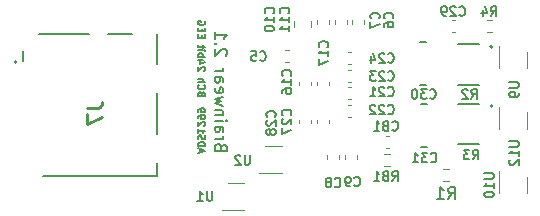
<source format=gbo>
G04 #@! TF.GenerationSoftware,KiCad,Pcbnew,(5.1.9)-1*
G04 #@! TF.CreationDate,2021-06-16T16:38:28+02:00*
G04 #@! TF.ProjectId,ADS1299Wing,41445331-3239-4395-9769-6e672e6b6963,rev?*
G04 #@! TF.SameCoordinates,Original*
G04 #@! TF.FileFunction,Legend,Bot*
G04 #@! TF.FilePolarity,Positive*
%FSLAX46Y46*%
G04 Gerber Fmt 4.6, Leading zero omitted, Abs format (unit mm)*
G04 Created by KiCad (PCBNEW (5.1.9)-1) date 2021-06-16 16:38:28*
%MOMM*%
%LPD*%
G01*
G04 APERTURE LIST*
%ADD10C,0.150000*%
%ADD11C,0.200000*%
%ADD12C,0.120000*%
%ADD13C,0.152400*%
%ADD14C,0.127000*%
%ADD15C,0.254000*%
G04 APERTURE END LIST*
D10*
X139644428Y-104177714D02*
X139673000Y-104234857D01*
X139701571Y-104263428D01*
X139758714Y-104292000D01*
X139787285Y-104292000D01*
X139844428Y-104263428D01*
X139873000Y-104234857D01*
X139901571Y-104177714D01*
X139901571Y-104063428D01*
X139873000Y-104006285D01*
X139844428Y-103977714D01*
X139787285Y-103949142D01*
X139758714Y-103949142D01*
X139701571Y-103977714D01*
X139673000Y-104006285D01*
X139644428Y-104063428D01*
X139644428Y-104177714D01*
X139615857Y-104234857D01*
X139587285Y-104263428D01*
X139530142Y-104292000D01*
X139415857Y-104292000D01*
X139358714Y-104263428D01*
X139330142Y-104234857D01*
X139301571Y-104177714D01*
X139301571Y-104063428D01*
X139330142Y-104006285D01*
X139358714Y-103977714D01*
X139415857Y-103949142D01*
X139530142Y-103949142D01*
X139587285Y-103977714D01*
X139615857Y-104006285D01*
X139644428Y-104063428D01*
X139358714Y-103349142D02*
X139330142Y-103377714D01*
X139301571Y-103463428D01*
X139301571Y-103520571D01*
X139330142Y-103606285D01*
X139387285Y-103663428D01*
X139444428Y-103692000D01*
X139558714Y-103720571D01*
X139644428Y-103720571D01*
X139758714Y-103692000D01*
X139815857Y-103663428D01*
X139873000Y-103606285D01*
X139901571Y-103520571D01*
X139901571Y-103463428D01*
X139873000Y-103377714D01*
X139844428Y-103349142D01*
X139301571Y-103092000D02*
X139901571Y-103092000D01*
X139301571Y-102834857D02*
X139615857Y-102834857D01*
X139673000Y-102863428D01*
X139701571Y-102920571D01*
X139701571Y-103006285D01*
X139673000Y-103063428D01*
X139644428Y-103092000D01*
X139844428Y-102120571D02*
X139873000Y-102092000D01*
X139901571Y-102034857D01*
X139901571Y-101892000D01*
X139873000Y-101834857D01*
X139844428Y-101806285D01*
X139787285Y-101777714D01*
X139730142Y-101777714D01*
X139644428Y-101806285D01*
X139301571Y-102149142D01*
X139301571Y-101777714D01*
X139701571Y-101263428D02*
X139301571Y-101263428D01*
X139930142Y-101406285D02*
X139501571Y-101549142D01*
X139501571Y-101177714D01*
X139301571Y-100949142D02*
X139901571Y-100949142D01*
X139673000Y-100949142D02*
X139701571Y-100892000D01*
X139701571Y-100777714D01*
X139673000Y-100720571D01*
X139644428Y-100692000D01*
X139587285Y-100663428D01*
X139415857Y-100663428D01*
X139358714Y-100692000D01*
X139330142Y-100720571D01*
X139301571Y-100777714D01*
X139301571Y-100892000D01*
X139330142Y-100949142D01*
X139301571Y-100406285D02*
X139701571Y-100406285D01*
X139901571Y-100406285D02*
X139873000Y-100434857D01*
X139844428Y-100406285D01*
X139873000Y-100377714D01*
X139901571Y-100406285D01*
X139844428Y-100406285D01*
X139701571Y-100206285D02*
X139701571Y-99977714D01*
X139901571Y-100120571D02*
X139387285Y-100120571D01*
X139330142Y-100092000D01*
X139301571Y-100034857D01*
X139301571Y-99977714D01*
X139615857Y-99320571D02*
X139615857Y-99120571D01*
X139301571Y-99034857D02*
X139301571Y-99320571D01*
X139901571Y-99320571D01*
X139901571Y-99034857D01*
X139615857Y-98777714D02*
X139615857Y-98577714D01*
X139301571Y-98492000D02*
X139301571Y-98777714D01*
X139901571Y-98777714D01*
X139901571Y-98492000D01*
X139873000Y-97920571D02*
X139901571Y-97977714D01*
X139901571Y-98063428D01*
X139873000Y-98149142D01*
X139815857Y-98206285D01*
X139758714Y-98234857D01*
X139644428Y-98263428D01*
X139558714Y-98263428D01*
X139444428Y-98234857D01*
X139387285Y-98206285D01*
X139330142Y-98149142D01*
X139301571Y-98063428D01*
X139301571Y-98006285D01*
X139330142Y-97920571D01*
X139358714Y-97892000D01*
X139558714Y-97892000D01*
X139558714Y-98006285D01*
X139473000Y-109054428D02*
X139473000Y-108768714D01*
X139301571Y-109111571D02*
X139901571Y-108911571D01*
X139301571Y-108711571D01*
X139301571Y-108511571D02*
X139901571Y-108511571D01*
X139901571Y-108368714D01*
X139873000Y-108283000D01*
X139815857Y-108225857D01*
X139758714Y-108197285D01*
X139644428Y-108168714D01*
X139558714Y-108168714D01*
X139444428Y-108197285D01*
X139387285Y-108225857D01*
X139330142Y-108283000D01*
X139301571Y-108368714D01*
X139301571Y-108511571D01*
X139330142Y-107940142D02*
X139301571Y-107854428D01*
X139301571Y-107711571D01*
X139330142Y-107654428D01*
X139358714Y-107625857D01*
X139415857Y-107597285D01*
X139473000Y-107597285D01*
X139530142Y-107625857D01*
X139558714Y-107654428D01*
X139587285Y-107711571D01*
X139615857Y-107825857D01*
X139644428Y-107883000D01*
X139673000Y-107911571D01*
X139730142Y-107940142D01*
X139787285Y-107940142D01*
X139844428Y-107911571D01*
X139873000Y-107883000D01*
X139901571Y-107825857D01*
X139901571Y-107683000D01*
X139873000Y-107597285D01*
X139301571Y-107025857D02*
X139301571Y-107368714D01*
X139301571Y-107197285D02*
X139901571Y-107197285D01*
X139815857Y-107254428D01*
X139758714Y-107311571D01*
X139730142Y-107368714D01*
X139844428Y-106797285D02*
X139873000Y-106768714D01*
X139901571Y-106711571D01*
X139901571Y-106568714D01*
X139873000Y-106511571D01*
X139844428Y-106483000D01*
X139787285Y-106454428D01*
X139730142Y-106454428D01*
X139644428Y-106483000D01*
X139301571Y-106825857D01*
X139301571Y-106454428D01*
X139301571Y-106168714D02*
X139301571Y-106054428D01*
X139330142Y-105997285D01*
X139358714Y-105968714D01*
X139444428Y-105911571D01*
X139558714Y-105883000D01*
X139787285Y-105883000D01*
X139844428Y-105911571D01*
X139873000Y-105940142D01*
X139901571Y-105997285D01*
X139901571Y-106111571D01*
X139873000Y-106168714D01*
X139844428Y-106197285D01*
X139787285Y-106225857D01*
X139644428Y-106225857D01*
X139587285Y-106197285D01*
X139558714Y-106168714D01*
X139530142Y-106111571D01*
X139530142Y-105997285D01*
X139558714Y-105940142D01*
X139587285Y-105911571D01*
X139644428Y-105883000D01*
X139301571Y-105597285D02*
X139301571Y-105483000D01*
X139330142Y-105425857D01*
X139358714Y-105397285D01*
X139444428Y-105340142D01*
X139558714Y-105311571D01*
X139787285Y-105311571D01*
X139844428Y-105340142D01*
X139873000Y-105368714D01*
X139901571Y-105425857D01*
X139901571Y-105540142D01*
X139873000Y-105597285D01*
X139844428Y-105625857D01*
X139787285Y-105654428D01*
X139644428Y-105654428D01*
X139587285Y-105625857D01*
X139558714Y-105597285D01*
X139530142Y-105540142D01*
X139530142Y-105425857D01*
X139558714Y-105368714D01*
X139587285Y-105340142D01*
X139644428Y-105311571D01*
D11*
X141295428Y-108572286D02*
X141247809Y-108429429D01*
X141200190Y-108381810D01*
X141104952Y-108334191D01*
X140962095Y-108334191D01*
X140866857Y-108381810D01*
X140819238Y-108429429D01*
X140771619Y-108524667D01*
X140771619Y-108905620D01*
X141771619Y-108905620D01*
X141771619Y-108572286D01*
X141724000Y-108477048D01*
X141676380Y-108429429D01*
X141581142Y-108381810D01*
X141485904Y-108381810D01*
X141390666Y-108429429D01*
X141343047Y-108477048D01*
X141295428Y-108572286D01*
X141295428Y-108905620D01*
X140771619Y-107905620D02*
X141438285Y-107905620D01*
X141247809Y-107905620D02*
X141343047Y-107858000D01*
X141390666Y-107810381D01*
X141438285Y-107715143D01*
X141438285Y-107619905D01*
X140771619Y-106858000D02*
X141295428Y-106858000D01*
X141390666Y-106905620D01*
X141438285Y-107000858D01*
X141438285Y-107191334D01*
X141390666Y-107286572D01*
X140819238Y-106858000D02*
X140771619Y-106953239D01*
X140771619Y-107191334D01*
X140819238Y-107286572D01*
X140914476Y-107334191D01*
X141009714Y-107334191D01*
X141104952Y-107286572D01*
X141152571Y-107191334D01*
X141152571Y-106953239D01*
X141200190Y-106858000D01*
X140771619Y-106381810D02*
X141438285Y-106381810D01*
X141771619Y-106381810D02*
X141724000Y-106429429D01*
X141676380Y-106381810D01*
X141724000Y-106334191D01*
X141771619Y-106381810D01*
X141676380Y-106381810D01*
X141438285Y-105905620D02*
X140771619Y-105905620D01*
X141343047Y-105905620D02*
X141390666Y-105858000D01*
X141438285Y-105762762D01*
X141438285Y-105619905D01*
X141390666Y-105524667D01*
X141295428Y-105477048D01*
X140771619Y-105477048D01*
X141438285Y-105096096D02*
X140771619Y-104905620D01*
X141247809Y-104715143D01*
X140771619Y-104524667D01*
X141438285Y-104334191D01*
X140819238Y-103572286D02*
X140771619Y-103667524D01*
X140771619Y-103858000D01*
X140819238Y-103953239D01*
X140914476Y-104000858D01*
X141295428Y-104000858D01*
X141390666Y-103953239D01*
X141438285Y-103858000D01*
X141438285Y-103667524D01*
X141390666Y-103572286D01*
X141295428Y-103524667D01*
X141200190Y-103524667D01*
X141104952Y-104000858D01*
X140771619Y-102667524D02*
X141295428Y-102667524D01*
X141390666Y-102715143D01*
X141438285Y-102810381D01*
X141438285Y-103000858D01*
X141390666Y-103096096D01*
X140819238Y-102667524D02*
X140771619Y-102762762D01*
X140771619Y-103000858D01*
X140819238Y-103096096D01*
X140914476Y-103143715D01*
X141009714Y-103143715D01*
X141104952Y-103096096D01*
X141152571Y-103000858D01*
X141152571Y-102762762D01*
X141200190Y-102667524D01*
X140771619Y-102191334D02*
X141438285Y-102191334D01*
X141247809Y-102191334D02*
X141343047Y-102143715D01*
X141390666Y-102096096D01*
X141438285Y-102000858D01*
X141438285Y-101905620D01*
X141676380Y-100858000D02*
X141724000Y-100810381D01*
X141771619Y-100715143D01*
X141771619Y-100477048D01*
X141724000Y-100381810D01*
X141676380Y-100334191D01*
X141581142Y-100286572D01*
X141485904Y-100286572D01*
X141343047Y-100334191D01*
X140771619Y-100905620D01*
X140771619Y-100286572D01*
X140866857Y-99858000D02*
X140819238Y-99810381D01*
X140771619Y-99858000D01*
X140819238Y-99905620D01*
X140866857Y-99858000D01*
X140771619Y-99858000D01*
X140771619Y-98858000D02*
X140771619Y-99429429D01*
X140771619Y-99143715D02*
X141771619Y-99143715D01*
X141628761Y-99238953D01*
X141533523Y-99334191D01*
X141485904Y-99429429D01*
X135860000Y-111004000D02*
X126181000Y-111004000D01*
X135860000Y-111004000D02*
X135860000Y-109943000D01*
X135860000Y-107529000D02*
X135860000Y-104029000D01*
X135860000Y-99054000D02*
X135860000Y-101574000D01*
X133757000Y-99054000D02*
X131676000Y-99054000D01*
X130061000Y-99054000D02*
X125827000Y-99054000D01*
X124460000Y-101290000D02*
X124460000Y-100469000D01*
X123968360Y-101395000D02*
G75*
G03*
X123968360Y-101395000I-113360J0D01*
G01*
D12*
X161074980Y-97838800D02*
X160793820Y-97838800D01*
X161074980Y-98858800D02*
X160793820Y-98858800D01*
X146722220Y-101398800D02*
X147003380Y-101398800D01*
X146722220Y-100378800D02*
X147003380Y-100378800D01*
X151284400Y-109282620D02*
X151284400Y-109563780D01*
X150264400Y-109282620D02*
X150264400Y-109563780D01*
X164219658Y-97826300D02*
X163745142Y-97826300D01*
X164219658Y-98871300D02*
X163745142Y-98871300D01*
X160574758Y-110412000D02*
X160100242Y-110412000D01*
X160574758Y-111457000D02*
X160100242Y-111457000D01*
X152347200Y-97852620D02*
X152347200Y-98133780D01*
X153367200Y-97852620D02*
X153367200Y-98133780D01*
X149362700Y-106579280D02*
X149362700Y-106298120D01*
X150382700Y-106579280D02*
X150382700Y-106298120D01*
D13*
X158666252Y-108572300D02*
X158198748Y-108572300D01*
X158198748Y-104914700D02*
X158666252Y-104914700D01*
D12*
X167149000Y-105662500D02*
X167149000Y-107062500D01*
X164829000Y-107062500D02*
X164829000Y-105162500D01*
D13*
X158135248Y-99707700D02*
X158602752Y-99707700D01*
X158602752Y-103365300D02*
X158135248Y-103365300D01*
D12*
X150874000Y-97852620D02*
X150874000Y-98133780D01*
X151894000Y-97852620D02*
X151894000Y-98133780D01*
X152783000Y-109282620D02*
X152783000Y-109563780D01*
X151763000Y-109282620D02*
X151763000Y-109563780D01*
X147448600Y-97935148D02*
X147448600Y-98457652D01*
X148918600Y-97935148D02*
X148918600Y-98457652D01*
X150420800Y-97852620D02*
X150420800Y-98133780D01*
X149400800Y-97852620D02*
X149400800Y-98133780D01*
X147902200Y-103059620D02*
X147902200Y-103340780D01*
X148922200Y-103059620D02*
X148922200Y-103340780D01*
X150382700Y-103059620D02*
X150382700Y-103340780D01*
X149362700Y-103059620D02*
X149362700Y-103340780D01*
X152299280Y-104523000D02*
X152018120Y-104523000D01*
X152299280Y-103503000D02*
X152018120Y-103503000D01*
X152286580Y-105027000D02*
X152005420Y-105027000D01*
X152286580Y-106047000D02*
X152005420Y-106047000D01*
X152299280Y-102042500D02*
X152018120Y-102042500D01*
X152299280Y-103062500D02*
X152018120Y-103062500D01*
X152299280Y-101538500D02*
X152018120Y-101538500D01*
X152299280Y-100518500D02*
X152018120Y-100518500D01*
X148858700Y-106579280D02*
X148858700Y-106298120D01*
X147838700Y-106579280D02*
X147838700Y-106298120D01*
X155474280Y-108701300D02*
X155193120Y-108701300D01*
X155474280Y-107681300D02*
X155193120Y-107681300D01*
D14*
X163142500Y-99900000D02*
X161342500Y-99900000D01*
X161342500Y-103300000D02*
X163142500Y-103300000D01*
D11*
X164242500Y-100100000D02*
G75*
G03*
X164242500Y-100100000I-100000J0D01*
G01*
X164242500Y-105116500D02*
G75*
G03*
X164242500Y-105116500I-100000J0D01*
G01*
D14*
X161342500Y-108316500D02*
X163142500Y-108316500D01*
X163142500Y-104916500D02*
X161342500Y-104916500D01*
D12*
X155096442Y-109192800D02*
X155570958Y-109192800D01*
X155096442Y-110237800D02*
X155570958Y-110237800D01*
X143244800Y-113936000D02*
X141344800Y-113936000D01*
X141844800Y-111616000D02*
X143244800Y-111616000D01*
X144994400Y-108466400D02*
X146394400Y-108466400D01*
X146394400Y-110786400D02*
X144494400Y-110786400D01*
X167149000Y-100519000D02*
X167149000Y-101919000D01*
X164829000Y-101919000D02*
X164829000Y-100019000D01*
X164829000Y-112523500D02*
X164829000Y-110623500D01*
X167149000Y-111123500D02*
X167149000Y-112523500D01*
D15*
X129903523Y-105284666D02*
X130810666Y-105284666D01*
X130992095Y-105224190D01*
X131113047Y-105103238D01*
X131173523Y-104921809D01*
X131173523Y-104800857D01*
X129903523Y-105768476D02*
X129903523Y-106615142D01*
X131173523Y-106070857D01*
D10*
X161448685Y-97415314D02*
X161486780Y-97453409D01*
X161601066Y-97491504D01*
X161677257Y-97491504D01*
X161791542Y-97453409D01*
X161867733Y-97377219D01*
X161905828Y-97301028D01*
X161943923Y-97148647D01*
X161943923Y-97034361D01*
X161905828Y-96881980D01*
X161867733Y-96805790D01*
X161791542Y-96729600D01*
X161677257Y-96691504D01*
X161601066Y-96691504D01*
X161486780Y-96729600D01*
X161448685Y-96767695D01*
X161143923Y-96767695D02*
X161105828Y-96729600D01*
X161029638Y-96691504D01*
X160839161Y-96691504D01*
X160762971Y-96729600D01*
X160724876Y-96767695D01*
X160686780Y-96843885D01*
X160686780Y-96920076D01*
X160724876Y-97034361D01*
X161182019Y-97491504D01*
X160686780Y-97491504D01*
X160305828Y-97491504D02*
X160153447Y-97491504D01*
X160077257Y-97453409D01*
X160039161Y-97415314D01*
X159962971Y-97301028D01*
X159924876Y-97148647D01*
X159924876Y-96843885D01*
X159962971Y-96767695D01*
X160001066Y-96729600D01*
X160077257Y-96691504D01*
X160229638Y-96691504D01*
X160305828Y-96729600D01*
X160343923Y-96767695D01*
X160382019Y-96843885D01*
X160382019Y-97034361D01*
X160343923Y-97110552D01*
X160305828Y-97148647D01*
X160229638Y-97186742D01*
X160077257Y-97186742D01*
X160001066Y-97148647D01*
X159962971Y-97110552D01*
X159924876Y-97034361D01*
X144557733Y-101225314D02*
X144595828Y-101263409D01*
X144710114Y-101301504D01*
X144786304Y-101301504D01*
X144900590Y-101263409D01*
X144976780Y-101187219D01*
X145014876Y-101111028D01*
X145052971Y-100958647D01*
X145052971Y-100844361D01*
X145014876Y-100691980D01*
X144976780Y-100615790D01*
X144900590Y-100539600D01*
X144786304Y-100501504D01*
X144710114Y-100501504D01*
X144595828Y-100539600D01*
X144557733Y-100577695D01*
X143833923Y-100501504D02*
X144214876Y-100501504D01*
X144252971Y-100882457D01*
X144214876Y-100844361D01*
X144138685Y-100806266D01*
X143948209Y-100806266D01*
X143872019Y-100844361D01*
X143833923Y-100882457D01*
X143795828Y-100958647D01*
X143795828Y-101149123D01*
X143833923Y-101225314D01*
X143872019Y-101263409D01*
X143948209Y-101301504D01*
X144138685Y-101301504D01*
X144214876Y-101263409D01*
X144252971Y-101225314D01*
X150882333Y-111918714D02*
X150920428Y-111956809D01*
X151034714Y-111994904D01*
X151110904Y-111994904D01*
X151225190Y-111956809D01*
X151301380Y-111880619D01*
X151339476Y-111804428D01*
X151377571Y-111652047D01*
X151377571Y-111537761D01*
X151339476Y-111385380D01*
X151301380Y-111309190D01*
X151225190Y-111233000D01*
X151110904Y-111194904D01*
X151034714Y-111194904D01*
X150920428Y-111233000D01*
X150882333Y-111271095D01*
X150425190Y-111537761D02*
X150501380Y-111499666D01*
X150539476Y-111461571D01*
X150577571Y-111385380D01*
X150577571Y-111347285D01*
X150539476Y-111271095D01*
X150501380Y-111233000D01*
X150425190Y-111194904D01*
X150272809Y-111194904D01*
X150196619Y-111233000D01*
X150158523Y-111271095D01*
X150120428Y-111347285D01*
X150120428Y-111385380D01*
X150158523Y-111461571D01*
X150196619Y-111499666D01*
X150272809Y-111537761D01*
X150425190Y-111537761D01*
X150501380Y-111575857D01*
X150539476Y-111613952D01*
X150577571Y-111690142D01*
X150577571Y-111842523D01*
X150539476Y-111918714D01*
X150501380Y-111956809D01*
X150425190Y-111994904D01*
X150272809Y-111994904D01*
X150196619Y-111956809D01*
X150158523Y-111918714D01*
X150120428Y-111842523D01*
X150120428Y-111690142D01*
X150158523Y-111613952D01*
X150196619Y-111575857D01*
X150272809Y-111537761D01*
X164115733Y-97491504D02*
X164382400Y-97110552D01*
X164572876Y-97491504D02*
X164572876Y-96691504D01*
X164268114Y-96691504D01*
X164191923Y-96729600D01*
X164153828Y-96767695D01*
X164115733Y-96843885D01*
X164115733Y-96958171D01*
X164153828Y-97034361D01*
X164191923Y-97072457D01*
X164268114Y-97110552D01*
X164572876Y-97110552D01*
X163430019Y-96958171D02*
X163430019Y-97491504D01*
X163620495Y-96653409D02*
X163810971Y-97224838D01*
X163315733Y-97224838D01*
X160504166Y-112974380D02*
X160837500Y-112498190D01*
X161075595Y-112974380D02*
X161075595Y-111974380D01*
X160694642Y-111974380D01*
X160599404Y-112022000D01*
X160551785Y-112069619D01*
X160504166Y-112164857D01*
X160504166Y-112307714D01*
X160551785Y-112402952D01*
X160599404Y-112450571D01*
X160694642Y-112498190D01*
X161075595Y-112498190D01*
X159551785Y-112974380D02*
X160123214Y-112974380D01*
X159837500Y-112974380D02*
X159837500Y-111974380D01*
X159932738Y-112117238D01*
X160027976Y-112212476D01*
X160123214Y-112260095D01*
X155784514Y-97707466D02*
X155822609Y-97669371D01*
X155860704Y-97555085D01*
X155860704Y-97478895D01*
X155822609Y-97364609D01*
X155746419Y-97288419D01*
X155670228Y-97250323D01*
X155517847Y-97212228D01*
X155403561Y-97212228D01*
X155251180Y-97250323D01*
X155174990Y-97288419D01*
X155098800Y-97364609D01*
X155060704Y-97478895D01*
X155060704Y-97555085D01*
X155098800Y-97669371D01*
X155136895Y-97707466D01*
X155060704Y-98393180D02*
X155060704Y-98240800D01*
X155098800Y-98164609D01*
X155136895Y-98126514D01*
X155251180Y-98050323D01*
X155403561Y-98012228D01*
X155708323Y-98012228D01*
X155784514Y-98050323D01*
X155822609Y-98088419D01*
X155860704Y-98164609D01*
X155860704Y-98316990D01*
X155822609Y-98393180D01*
X155784514Y-98431276D01*
X155708323Y-98469371D01*
X155517847Y-98469371D01*
X155441657Y-98431276D01*
X155403561Y-98393180D01*
X155365466Y-98316990D01*
X155365466Y-98164609D01*
X155403561Y-98088419D01*
X155441657Y-98050323D01*
X155517847Y-98012228D01*
X147148514Y-105911714D02*
X147186609Y-105873619D01*
X147224704Y-105759333D01*
X147224704Y-105683142D01*
X147186609Y-105568857D01*
X147110419Y-105492666D01*
X147034228Y-105454571D01*
X146881847Y-105416476D01*
X146767561Y-105416476D01*
X146615180Y-105454571D01*
X146538990Y-105492666D01*
X146462800Y-105568857D01*
X146424704Y-105683142D01*
X146424704Y-105759333D01*
X146462800Y-105873619D01*
X146500895Y-105911714D01*
X146500895Y-106216476D02*
X146462800Y-106254571D01*
X146424704Y-106330761D01*
X146424704Y-106521238D01*
X146462800Y-106597428D01*
X146500895Y-106635523D01*
X146577085Y-106673619D01*
X146653276Y-106673619D01*
X146767561Y-106635523D01*
X147224704Y-106178380D01*
X147224704Y-106673619D01*
X146424704Y-106940285D02*
X146424704Y-107473619D01*
X147224704Y-107130761D01*
X159010285Y-109823214D02*
X159048380Y-109861309D01*
X159162666Y-109899404D01*
X159238857Y-109899404D01*
X159353142Y-109861309D01*
X159429333Y-109785119D01*
X159467428Y-109708928D01*
X159505523Y-109556547D01*
X159505523Y-109442261D01*
X159467428Y-109289880D01*
X159429333Y-109213690D01*
X159353142Y-109137500D01*
X159238857Y-109099404D01*
X159162666Y-109099404D01*
X159048380Y-109137500D01*
X159010285Y-109175595D01*
X158743619Y-109099404D02*
X158248380Y-109099404D01*
X158515047Y-109404166D01*
X158400761Y-109404166D01*
X158324571Y-109442261D01*
X158286476Y-109480357D01*
X158248380Y-109556547D01*
X158248380Y-109747023D01*
X158286476Y-109823214D01*
X158324571Y-109861309D01*
X158400761Y-109899404D01*
X158629333Y-109899404D01*
X158705523Y-109861309D01*
X158743619Y-109823214D01*
X157486476Y-109899404D02*
X157943619Y-109899404D01*
X157715047Y-109899404D02*
X157715047Y-109099404D01*
X157791238Y-109213690D01*
X157867428Y-109289880D01*
X157943619Y-109327976D01*
X165677904Y-108102523D02*
X166325523Y-108102523D01*
X166401714Y-108140619D01*
X166439809Y-108178714D01*
X166477904Y-108254904D01*
X166477904Y-108407285D01*
X166439809Y-108483476D01*
X166401714Y-108521571D01*
X166325523Y-108559666D01*
X165677904Y-108559666D01*
X166477904Y-109359666D02*
X166477904Y-108902523D01*
X166477904Y-109131095D02*
X165677904Y-109131095D01*
X165792190Y-109054904D01*
X165868380Y-108978714D01*
X165906476Y-108902523D01*
X165754095Y-109664428D02*
X165716000Y-109702523D01*
X165677904Y-109778714D01*
X165677904Y-109969190D01*
X165716000Y-110045380D01*
X165754095Y-110083476D01*
X165830285Y-110121571D01*
X165906476Y-110121571D01*
X166020761Y-110083476D01*
X166477904Y-109626333D01*
X166477904Y-110121571D01*
X158946785Y-104425714D02*
X158984880Y-104463809D01*
X159099166Y-104501904D01*
X159175357Y-104501904D01*
X159289642Y-104463809D01*
X159365833Y-104387619D01*
X159403928Y-104311428D01*
X159442023Y-104159047D01*
X159442023Y-104044761D01*
X159403928Y-103892380D01*
X159365833Y-103816190D01*
X159289642Y-103740000D01*
X159175357Y-103701904D01*
X159099166Y-103701904D01*
X158984880Y-103740000D01*
X158946785Y-103778095D01*
X158680119Y-103701904D02*
X158184880Y-103701904D01*
X158451547Y-104006666D01*
X158337261Y-104006666D01*
X158261071Y-104044761D01*
X158222976Y-104082857D01*
X158184880Y-104159047D01*
X158184880Y-104349523D01*
X158222976Y-104425714D01*
X158261071Y-104463809D01*
X158337261Y-104501904D01*
X158565833Y-104501904D01*
X158642023Y-104463809D01*
X158680119Y-104425714D01*
X157689642Y-103701904D02*
X157613452Y-103701904D01*
X157537261Y-103740000D01*
X157499166Y-103778095D01*
X157461071Y-103854285D01*
X157422976Y-104006666D01*
X157422976Y-104197142D01*
X157461071Y-104349523D01*
X157499166Y-104425714D01*
X157537261Y-104463809D01*
X157613452Y-104501904D01*
X157689642Y-104501904D01*
X157765833Y-104463809D01*
X157803928Y-104425714D01*
X157842023Y-104349523D01*
X157880119Y-104197142D01*
X157880119Y-104006666D01*
X157842023Y-103854285D01*
X157803928Y-103778095D01*
X157765833Y-103740000D01*
X157689642Y-103701904D01*
X154616114Y-97707466D02*
X154654209Y-97669371D01*
X154692304Y-97555085D01*
X154692304Y-97478895D01*
X154654209Y-97364609D01*
X154578019Y-97288419D01*
X154501828Y-97250323D01*
X154349447Y-97212228D01*
X154235161Y-97212228D01*
X154082780Y-97250323D01*
X154006590Y-97288419D01*
X153930400Y-97364609D01*
X153892304Y-97478895D01*
X153892304Y-97555085D01*
X153930400Y-97669371D01*
X153968495Y-97707466D01*
X153892304Y-97974133D02*
X153892304Y-98507466D01*
X154692304Y-98164609D01*
X152533333Y-111842514D02*
X152571428Y-111880609D01*
X152685714Y-111918704D01*
X152761904Y-111918704D01*
X152876190Y-111880609D01*
X152952380Y-111804419D01*
X152990476Y-111728228D01*
X153028571Y-111575847D01*
X153028571Y-111461561D01*
X152990476Y-111309180D01*
X152952380Y-111232990D01*
X152876190Y-111156800D01*
X152761904Y-111118704D01*
X152685714Y-111118704D01*
X152571428Y-111156800D01*
X152533333Y-111194895D01*
X152152380Y-111918704D02*
X152000000Y-111918704D01*
X151923809Y-111880609D01*
X151885714Y-111842514D01*
X151809523Y-111728228D01*
X151771428Y-111575847D01*
X151771428Y-111271085D01*
X151809523Y-111194895D01*
X151847619Y-111156800D01*
X151923809Y-111118704D01*
X152076190Y-111118704D01*
X152152380Y-111156800D01*
X152190476Y-111194895D01*
X152228571Y-111271085D01*
X152228571Y-111461561D01*
X152190476Y-111537752D01*
X152152380Y-111575847D01*
X152076190Y-111613942D01*
X151923809Y-111613942D01*
X151847619Y-111575847D01*
X151809523Y-111537752D01*
X151771428Y-111461561D01*
X145675314Y-97275714D02*
X145713409Y-97237619D01*
X145751504Y-97123333D01*
X145751504Y-97047142D01*
X145713409Y-96932857D01*
X145637219Y-96856666D01*
X145561028Y-96818571D01*
X145408647Y-96780476D01*
X145294361Y-96780476D01*
X145141980Y-96818571D01*
X145065790Y-96856666D01*
X144989600Y-96932857D01*
X144951504Y-97047142D01*
X144951504Y-97123333D01*
X144989600Y-97237619D01*
X145027695Y-97275714D01*
X145751504Y-98037619D02*
X145751504Y-97580476D01*
X145751504Y-97809047D02*
X144951504Y-97809047D01*
X145065790Y-97732857D01*
X145141980Y-97656666D01*
X145180076Y-97580476D01*
X144951504Y-98532857D02*
X144951504Y-98609047D01*
X144989600Y-98685238D01*
X145027695Y-98723333D01*
X145103885Y-98761428D01*
X145256266Y-98799523D01*
X145446742Y-98799523D01*
X145599123Y-98761428D01*
X145675314Y-98723333D01*
X145713409Y-98685238D01*
X145751504Y-98609047D01*
X145751504Y-98532857D01*
X145713409Y-98456666D01*
X145675314Y-98418571D01*
X145599123Y-98380476D01*
X145446742Y-98342380D01*
X145256266Y-98342380D01*
X145103885Y-98380476D01*
X145027695Y-98418571D01*
X144989600Y-98456666D01*
X144951504Y-98532857D01*
X146945314Y-97275714D02*
X146983409Y-97237619D01*
X147021504Y-97123333D01*
X147021504Y-97047142D01*
X146983409Y-96932857D01*
X146907219Y-96856666D01*
X146831028Y-96818571D01*
X146678647Y-96780476D01*
X146564361Y-96780476D01*
X146411980Y-96818571D01*
X146335790Y-96856666D01*
X146259600Y-96932857D01*
X146221504Y-97047142D01*
X146221504Y-97123333D01*
X146259600Y-97237619D01*
X146297695Y-97275714D01*
X147021504Y-98037619D02*
X147021504Y-97580476D01*
X147021504Y-97809047D02*
X146221504Y-97809047D01*
X146335790Y-97732857D01*
X146411980Y-97656666D01*
X146450076Y-97580476D01*
X147021504Y-98799523D02*
X147021504Y-98342380D01*
X147021504Y-98570952D02*
X146221504Y-98570952D01*
X146335790Y-98494761D01*
X146411980Y-98418571D01*
X146450076Y-98342380D01*
X147148514Y-102558914D02*
X147186609Y-102520819D01*
X147224704Y-102406533D01*
X147224704Y-102330342D01*
X147186609Y-102216057D01*
X147110419Y-102139866D01*
X147034228Y-102101771D01*
X146881847Y-102063676D01*
X146767561Y-102063676D01*
X146615180Y-102101771D01*
X146538990Y-102139866D01*
X146462800Y-102216057D01*
X146424704Y-102330342D01*
X146424704Y-102406533D01*
X146462800Y-102520819D01*
X146500895Y-102558914D01*
X147224704Y-103320819D02*
X147224704Y-102863676D01*
X147224704Y-103092247D02*
X146424704Y-103092247D01*
X146538990Y-103016057D01*
X146615180Y-102939866D01*
X146653276Y-102863676D01*
X146424704Y-104006533D02*
X146424704Y-103854152D01*
X146462800Y-103777961D01*
X146500895Y-103739866D01*
X146615180Y-103663676D01*
X146767561Y-103625580D01*
X147072323Y-103625580D01*
X147148514Y-103663676D01*
X147186609Y-103701771D01*
X147224704Y-103777961D01*
X147224704Y-103930342D01*
X147186609Y-104006533D01*
X147148514Y-104044628D01*
X147072323Y-104082723D01*
X146881847Y-104082723D01*
X146805657Y-104044628D01*
X146767561Y-104006533D01*
X146729466Y-103930342D01*
X146729466Y-103777961D01*
X146767561Y-103701771D01*
X146805657Y-103663676D01*
X146881847Y-103625580D01*
X150247314Y-100120514D02*
X150285409Y-100082419D01*
X150323504Y-99968133D01*
X150323504Y-99891942D01*
X150285409Y-99777657D01*
X150209219Y-99701466D01*
X150133028Y-99663371D01*
X149980647Y-99625276D01*
X149866361Y-99625276D01*
X149713980Y-99663371D01*
X149637790Y-99701466D01*
X149561600Y-99777657D01*
X149523504Y-99891942D01*
X149523504Y-99968133D01*
X149561600Y-100082419D01*
X149599695Y-100120514D01*
X150323504Y-100882419D02*
X150323504Y-100425276D01*
X150323504Y-100653847D02*
X149523504Y-100653847D01*
X149637790Y-100577657D01*
X149713980Y-100501466D01*
X149752076Y-100425276D01*
X149523504Y-101149085D02*
X149523504Y-101682419D01*
X150323504Y-101339561D01*
X155403485Y-104235214D02*
X155441580Y-104273309D01*
X155555866Y-104311404D01*
X155632057Y-104311404D01*
X155746342Y-104273309D01*
X155822533Y-104197119D01*
X155860628Y-104120928D01*
X155898723Y-103968547D01*
X155898723Y-103854261D01*
X155860628Y-103701880D01*
X155822533Y-103625690D01*
X155746342Y-103549500D01*
X155632057Y-103511404D01*
X155555866Y-103511404D01*
X155441580Y-103549500D01*
X155403485Y-103587595D01*
X155098723Y-103587595D02*
X155060628Y-103549500D01*
X154984438Y-103511404D01*
X154793961Y-103511404D01*
X154717771Y-103549500D01*
X154679676Y-103587595D01*
X154641580Y-103663785D01*
X154641580Y-103739976D01*
X154679676Y-103854261D01*
X155136819Y-104311404D01*
X154641580Y-104311404D01*
X153879676Y-104311404D02*
X154336819Y-104311404D01*
X154108247Y-104311404D02*
X154108247Y-103511404D01*
X154184438Y-103625690D01*
X154260628Y-103701880D01*
X154336819Y-103739976D01*
X155390785Y-105759214D02*
X155428880Y-105797309D01*
X155543166Y-105835404D01*
X155619357Y-105835404D01*
X155733642Y-105797309D01*
X155809833Y-105721119D01*
X155847928Y-105644928D01*
X155886023Y-105492547D01*
X155886023Y-105378261D01*
X155847928Y-105225880D01*
X155809833Y-105149690D01*
X155733642Y-105073500D01*
X155619357Y-105035404D01*
X155543166Y-105035404D01*
X155428880Y-105073500D01*
X155390785Y-105111595D01*
X155086023Y-105111595D02*
X155047928Y-105073500D01*
X154971738Y-105035404D01*
X154781261Y-105035404D01*
X154705071Y-105073500D01*
X154666976Y-105111595D01*
X154628880Y-105187785D01*
X154628880Y-105263976D01*
X154666976Y-105378261D01*
X155124119Y-105835404D01*
X154628880Y-105835404D01*
X154324119Y-105111595D02*
X154286023Y-105073500D01*
X154209833Y-105035404D01*
X154019357Y-105035404D01*
X153943166Y-105073500D01*
X153905071Y-105111595D01*
X153866976Y-105187785D01*
X153866976Y-105263976D01*
X153905071Y-105378261D01*
X154362214Y-105835404D01*
X153866976Y-105835404D01*
X155403485Y-102901714D02*
X155441580Y-102939809D01*
X155555866Y-102977904D01*
X155632057Y-102977904D01*
X155746342Y-102939809D01*
X155822533Y-102863619D01*
X155860628Y-102787428D01*
X155898723Y-102635047D01*
X155898723Y-102520761D01*
X155860628Y-102368380D01*
X155822533Y-102292190D01*
X155746342Y-102216000D01*
X155632057Y-102177904D01*
X155555866Y-102177904D01*
X155441580Y-102216000D01*
X155403485Y-102254095D01*
X155098723Y-102254095D02*
X155060628Y-102216000D01*
X154984438Y-102177904D01*
X154793961Y-102177904D01*
X154717771Y-102216000D01*
X154679676Y-102254095D01*
X154641580Y-102330285D01*
X154641580Y-102406476D01*
X154679676Y-102520761D01*
X155136819Y-102977904D01*
X154641580Y-102977904D01*
X154374914Y-102177904D02*
X153879676Y-102177904D01*
X154146342Y-102482666D01*
X154032057Y-102482666D01*
X153955866Y-102520761D01*
X153917771Y-102558857D01*
X153879676Y-102635047D01*
X153879676Y-102825523D01*
X153917771Y-102901714D01*
X153955866Y-102939809D01*
X154032057Y-102977904D01*
X154260628Y-102977904D01*
X154336819Y-102939809D01*
X154374914Y-102901714D01*
X155403485Y-101377714D02*
X155441580Y-101415809D01*
X155555866Y-101453904D01*
X155632057Y-101453904D01*
X155746342Y-101415809D01*
X155822533Y-101339619D01*
X155860628Y-101263428D01*
X155898723Y-101111047D01*
X155898723Y-100996761D01*
X155860628Y-100844380D01*
X155822533Y-100768190D01*
X155746342Y-100692000D01*
X155632057Y-100653904D01*
X155555866Y-100653904D01*
X155441580Y-100692000D01*
X155403485Y-100730095D01*
X155098723Y-100730095D02*
X155060628Y-100692000D01*
X154984438Y-100653904D01*
X154793961Y-100653904D01*
X154717771Y-100692000D01*
X154679676Y-100730095D01*
X154641580Y-100806285D01*
X154641580Y-100882476D01*
X154679676Y-100996761D01*
X155136819Y-101453904D01*
X154641580Y-101453904D01*
X153955866Y-100920571D02*
X153955866Y-101453904D01*
X154146342Y-100615809D02*
X154336819Y-101187238D01*
X153841580Y-101187238D01*
X145827714Y-106013314D02*
X145865809Y-105975219D01*
X145903904Y-105860933D01*
X145903904Y-105784742D01*
X145865809Y-105670457D01*
X145789619Y-105594266D01*
X145713428Y-105556171D01*
X145561047Y-105518076D01*
X145446761Y-105518076D01*
X145294380Y-105556171D01*
X145218190Y-105594266D01*
X145142000Y-105670457D01*
X145103904Y-105784742D01*
X145103904Y-105860933D01*
X145142000Y-105975219D01*
X145180095Y-106013314D01*
X145180095Y-106318076D02*
X145142000Y-106356171D01*
X145103904Y-106432361D01*
X145103904Y-106622838D01*
X145142000Y-106699028D01*
X145180095Y-106737123D01*
X145256285Y-106775219D01*
X145332476Y-106775219D01*
X145446761Y-106737123D01*
X145903904Y-106279980D01*
X145903904Y-106775219D01*
X145446761Y-107232361D02*
X145408666Y-107156171D01*
X145370571Y-107118076D01*
X145294380Y-107079980D01*
X145256285Y-107079980D01*
X145180095Y-107118076D01*
X145142000Y-107156171D01*
X145103904Y-107232361D01*
X145103904Y-107384742D01*
X145142000Y-107460933D01*
X145180095Y-107499028D01*
X145256285Y-107537123D01*
X145294380Y-107537123D01*
X145370571Y-107499028D01*
X145408666Y-107460933D01*
X145446761Y-107384742D01*
X145446761Y-107232361D01*
X145484857Y-107156171D01*
X145522952Y-107118076D01*
X145599142Y-107079980D01*
X145751523Y-107079980D01*
X145827714Y-107118076D01*
X145865809Y-107156171D01*
X145903904Y-107232361D01*
X145903904Y-107384742D01*
X145865809Y-107460933D01*
X145827714Y-107499028D01*
X145751523Y-107537123D01*
X145599142Y-107537123D01*
X145522952Y-107499028D01*
X145484857Y-107460933D01*
X145446761Y-107384742D01*
X155778133Y-107118114D02*
X155816228Y-107156209D01*
X155930514Y-107194304D01*
X156006704Y-107194304D01*
X156120990Y-107156209D01*
X156197180Y-107080019D01*
X156235276Y-107003828D01*
X156273371Y-106851447D01*
X156273371Y-106737161D01*
X156235276Y-106584780D01*
X156197180Y-106508590D01*
X156120990Y-106432400D01*
X156006704Y-106394304D01*
X155930514Y-106394304D01*
X155816228Y-106432400D01*
X155778133Y-106470495D01*
X155168609Y-106775257D02*
X155054323Y-106813352D01*
X155016228Y-106851447D01*
X154978133Y-106927638D01*
X154978133Y-107041923D01*
X155016228Y-107118114D01*
X155054323Y-107156209D01*
X155130514Y-107194304D01*
X155435276Y-107194304D01*
X155435276Y-106394304D01*
X155168609Y-106394304D01*
X155092419Y-106432400D01*
X155054323Y-106470495D01*
X155016228Y-106546685D01*
X155016228Y-106622876D01*
X155054323Y-106699066D01*
X155092419Y-106737161D01*
X155168609Y-106775257D01*
X155435276Y-106775257D01*
X154216228Y-107194304D02*
X154673371Y-107194304D01*
X154444800Y-107194304D02*
X154444800Y-106394304D01*
X154520990Y-106508590D01*
X154597180Y-106584780D01*
X154673371Y-106622876D01*
X162439333Y-104501904D02*
X162706000Y-104120952D01*
X162896476Y-104501904D02*
X162896476Y-103701904D01*
X162591714Y-103701904D01*
X162515523Y-103740000D01*
X162477428Y-103778095D01*
X162439333Y-103854285D01*
X162439333Y-103968571D01*
X162477428Y-104044761D01*
X162515523Y-104082857D01*
X162591714Y-104120952D01*
X162896476Y-104120952D01*
X162134571Y-103778095D02*
X162096476Y-103740000D01*
X162020285Y-103701904D01*
X161829809Y-103701904D01*
X161753619Y-103740000D01*
X161715523Y-103778095D01*
X161677428Y-103854285D01*
X161677428Y-103930476D01*
X161715523Y-104044761D01*
X162172666Y-104501904D01*
X161677428Y-104501904D01*
X162566333Y-109645404D02*
X162833000Y-109264452D01*
X163023476Y-109645404D02*
X163023476Y-108845404D01*
X162718714Y-108845404D01*
X162642523Y-108883500D01*
X162604428Y-108921595D01*
X162566333Y-108997785D01*
X162566333Y-109112071D01*
X162604428Y-109188261D01*
X162642523Y-109226357D01*
X162718714Y-109264452D01*
X163023476Y-109264452D01*
X162299666Y-108845404D02*
X161804428Y-108845404D01*
X162071095Y-109150166D01*
X161956809Y-109150166D01*
X161880619Y-109188261D01*
X161842523Y-109226357D01*
X161804428Y-109302547D01*
X161804428Y-109493023D01*
X161842523Y-109569214D01*
X161880619Y-109607309D01*
X161956809Y-109645404D01*
X162185380Y-109645404D01*
X162261571Y-109607309D01*
X162299666Y-109569214D01*
X155778133Y-111461504D02*
X156044800Y-111080552D01*
X156235276Y-111461504D02*
X156235276Y-110661504D01*
X155930514Y-110661504D01*
X155854323Y-110699600D01*
X155816228Y-110737695D01*
X155778133Y-110813885D01*
X155778133Y-110928171D01*
X155816228Y-111004361D01*
X155854323Y-111042457D01*
X155930514Y-111080552D01*
X156235276Y-111080552D01*
X155168609Y-111042457D02*
X155054323Y-111080552D01*
X155016228Y-111118647D01*
X154978133Y-111194838D01*
X154978133Y-111309123D01*
X155016228Y-111385314D01*
X155054323Y-111423409D01*
X155130514Y-111461504D01*
X155435276Y-111461504D01*
X155435276Y-110661504D01*
X155168609Y-110661504D01*
X155092419Y-110699600D01*
X155054323Y-110737695D01*
X155016228Y-110813885D01*
X155016228Y-110890076D01*
X155054323Y-110966266D01*
X155092419Y-111004361D01*
X155168609Y-111042457D01*
X155435276Y-111042457D01*
X154216228Y-111461504D02*
X154673371Y-111461504D01*
X154444800Y-111461504D02*
X154444800Y-110661504D01*
X154520990Y-110775790D01*
X154597180Y-110851980D01*
X154673371Y-110890076D01*
X140512723Y-112337904D02*
X140512723Y-112985523D01*
X140474628Y-113061714D01*
X140436533Y-113099809D01*
X140360342Y-113137904D01*
X140207961Y-113137904D01*
X140131771Y-113099809D01*
X140093676Y-113061714D01*
X140055580Y-112985523D01*
X140055580Y-112337904D01*
X139255580Y-113137904D02*
X139712723Y-113137904D01*
X139484152Y-113137904D02*
X139484152Y-112337904D01*
X139560342Y-112452190D01*
X139636533Y-112528380D01*
X139712723Y-112566476D01*
X143713123Y-109289904D02*
X143713123Y-109937523D01*
X143675028Y-110013714D01*
X143636933Y-110051809D01*
X143560742Y-110089904D01*
X143408361Y-110089904D01*
X143332171Y-110051809D01*
X143294076Y-110013714D01*
X143255980Y-109937523D01*
X143255980Y-109289904D01*
X142913123Y-109366095D02*
X142875028Y-109328000D01*
X142798838Y-109289904D01*
X142608361Y-109289904D01*
X142532171Y-109328000D01*
X142494076Y-109366095D01*
X142455980Y-109442285D01*
X142455980Y-109518476D01*
X142494076Y-109632761D01*
X142951219Y-110089904D01*
X142455980Y-110089904D01*
X165677904Y-103124076D02*
X166325523Y-103124076D01*
X166401714Y-103162171D01*
X166439809Y-103200266D01*
X166477904Y-103276457D01*
X166477904Y-103428838D01*
X166439809Y-103505028D01*
X166401714Y-103543123D01*
X166325523Y-103581219D01*
X165677904Y-103581219D01*
X166477904Y-104000266D02*
X166477904Y-104152647D01*
X166439809Y-104228838D01*
X166401714Y-104266933D01*
X166287428Y-104343123D01*
X166135047Y-104381219D01*
X165830285Y-104381219D01*
X165754095Y-104343123D01*
X165716000Y-104305028D01*
X165677904Y-104228838D01*
X165677904Y-104076457D01*
X165716000Y-104000266D01*
X165754095Y-103962171D01*
X165830285Y-103924076D01*
X166020761Y-103924076D01*
X166096952Y-103962171D01*
X166135047Y-104000266D01*
X166173142Y-104076457D01*
X166173142Y-104228838D01*
X166135047Y-104305028D01*
X166096952Y-104343123D01*
X166020761Y-104381219D01*
X163550904Y-110833023D02*
X164198523Y-110833023D01*
X164274714Y-110871119D01*
X164312809Y-110909214D01*
X164350904Y-110985404D01*
X164350904Y-111137785D01*
X164312809Y-111213976D01*
X164274714Y-111252071D01*
X164198523Y-111290166D01*
X163550904Y-111290166D01*
X164350904Y-112090166D02*
X164350904Y-111633023D01*
X164350904Y-111861595D02*
X163550904Y-111861595D01*
X163665190Y-111785404D01*
X163741380Y-111709214D01*
X163779476Y-111633023D01*
X163550904Y-112585404D02*
X163550904Y-112661595D01*
X163589000Y-112737785D01*
X163627095Y-112775880D01*
X163703285Y-112813976D01*
X163855666Y-112852071D01*
X164046142Y-112852071D01*
X164198523Y-112813976D01*
X164274714Y-112775880D01*
X164312809Y-112737785D01*
X164350904Y-112661595D01*
X164350904Y-112585404D01*
X164312809Y-112509214D01*
X164274714Y-112471119D01*
X164198523Y-112433023D01*
X164046142Y-112394928D01*
X163855666Y-112394928D01*
X163703285Y-112433023D01*
X163627095Y-112471119D01*
X163589000Y-112509214D01*
X163550904Y-112585404D01*
M02*

</source>
